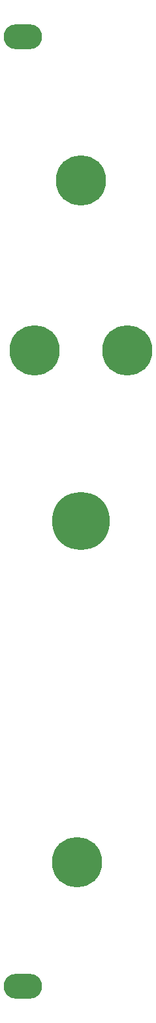
<source format=gbs>
G04 #@! TF.GenerationSoftware,KiCad,Pcbnew,(5.0.0-rc2)*
G04 #@! TF.CreationDate,2020-07-08T19:37:13+03:00*
G04 #@! TF.ProjectId,OUTPNL2,4F5554504E4C322E6B696361645F7063,rev?*
G04 #@! TF.SameCoordinates,PX2887fa0PY9d5b340*
G04 #@! TF.FileFunction,Soldermask,Bot*
G04 #@! TF.FilePolarity,Negative*
%FSLAX46Y46*%
G04 Gerber Fmt 4.6, Leading zero omitted, Abs format (unit mm)*
G04 Created by KiCad (PCBNEW (5.0.0-rc2)) date Wed Jul  8 19:37:13 2020*
%MOMM*%
%LPD*%
G01*
G04 APERTURE LIST*
%ADD10C,7.500000*%
%ADD11O,5.000000X3.200000*%
%ADD12C,6.500000*%
G04 APERTURE END LIST*
D10*
G04 #@! TO.C,Ref\002A\002A*
X15000000Y63000000D03*
G04 #@! TD*
D11*
G04 #@! TO.C,X*
X7500000Y125500000D03*
G04 #@! TD*
G04 #@! TO.C,X*
X7500000Y3000000D03*
G04 #@! TD*
D12*
G04 #@! TO.C,Ref\002A\002A*
X14500000Y19000000D03*
G04 #@! TD*
G04 #@! TO.C,Ref\002A\002A*
X9000000Y85000000D03*
G04 #@! TD*
G04 #@! TO.C,Ref\002A\002A*
X21000000Y85000000D03*
G04 #@! TD*
G04 #@! TO.C,Ref\002A\002A*
X15000000Y107000000D03*
G04 #@! TD*
M02*

</source>
